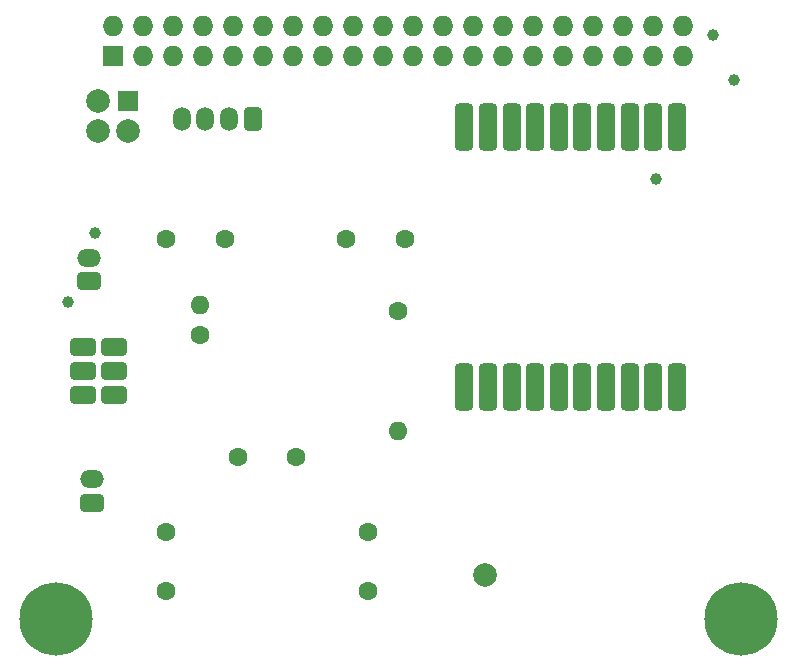
<source format=gbr>
%TF.GenerationSoftware,KiCad,Pcbnew,(6.0.0)*%
%TF.CreationDate,2022-05-13T11:59:56+02:00*%
%TF.ProjectId,RPi_Hat,5250695f-4861-4742-9e6b-696361645f70,rev?*%
%TF.SameCoordinates,Original*%
%TF.FileFunction,Soldermask,Bot*%
%TF.FilePolarity,Negative*%
%FSLAX46Y46*%
G04 Gerber Fmt 4.6, Leading zero omitted, Abs format (unit mm)*
G04 Created by KiCad (PCBNEW (6.0.0)) date 2022-05-13 11:59:56*
%MOMM*%
%LPD*%
G01*
G04 APERTURE LIST*
G04 Aperture macros list*
%AMRoundRect*
0 Rectangle with rounded corners*
0 $1 Rounding radius*
0 $2 $3 $4 $5 $6 $7 $8 $9 X,Y pos of 4 corners*
0 Add a 4 corners polygon primitive as box body*
4,1,4,$2,$3,$4,$5,$6,$7,$8,$9,$2,$3,0*
0 Add four circle primitives for the rounded corners*
1,1,$1+$1,$2,$3*
1,1,$1+$1,$4,$5*
1,1,$1+$1,$6,$7*
1,1,$1+$1,$8,$9*
0 Add four rect primitives between the rounded corners*
20,1,$1+$1,$2,$3,$4,$5,0*
20,1,$1+$1,$4,$5,$6,$7,0*
20,1,$1+$1,$6,$7,$8,$9,0*
20,1,$1+$1,$8,$9,$2,$3,0*%
G04 Aperture macros list end*
%ADD10C,6.200000*%
%ADD11R,1.727200X1.727200*%
%ADD12O,1.727200X1.727200*%
%ADD13RoundRect,0.312500X0.437500X0.687500X-0.437500X0.687500X-0.437500X-0.687500X0.437500X-0.687500X0*%
%ADD14O,1.500000X2.000000*%
%ADD15RoundRect,0.312500X0.687500X-0.437500X0.687500X0.437500X-0.687500X0.437500X-0.687500X-0.437500X0*%
%ADD16O,2.000000X1.500000*%
%ADD17C,1.600000*%
%ADD18O,1.600000X1.600000*%
%ADD19R,1.700000X1.700000*%
%ADD20C,2.000000*%
%ADD21RoundRect,0.312500X-0.787500X0.437500X-0.787500X-0.437500X0.787500X-0.437500X0.787500X0.437500X0*%
%ADD22RoundRect,0.312500X0.787500X-0.437500X0.787500X0.437500X-0.787500X0.437500X-0.787500X-0.437500X0*%
%ADD23RoundRect,0.400000X-0.400000X1.600000X-0.400000X-1.600000X0.400000X-1.600000X0.400000X1.600000X0*%
%ADD24C,1.000000*%
G04 APERTURE END LIST*
D10*
%TO.C,*%
X63710000Y-90600000D03*
%TD*%
%TO.C,*%
X121710000Y-90600000D03*
%TD*%
D11*
%TO.C,J6*%
X68580000Y-42870000D03*
D12*
X68580000Y-40330000D03*
X71120000Y-42870000D03*
X71120000Y-40330000D03*
X73660000Y-42870000D03*
X73660000Y-40330000D03*
X76200000Y-42870000D03*
X76200000Y-40330000D03*
X78740000Y-42870000D03*
X78740000Y-40330000D03*
X81280000Y-42870000D03*
X81280000Y-40330000D03*
X83820000Y-42870000D03*
X83820000Y-40330000D03*
X86360000Y-42870000D03*
X86360000Y-40330000D03*
X88900000Y-42870000D03*
X88900000Y-40330000D03*
X91440000Y-42870000D03*
X91440000Y-40330000D03*
X93980000Y-42870000D03*
X93980000Y-40330000D03*
X96520000Y-42870000D03*
X96520000Y-40330000D03*
X99060000Y-42870000D03*
X99060000Y-40330000D03*
X101600000Y-42870000D03*
X101600000Y-40330000D03*
X104140000Y-42870000D03*
X104140000Y-40330000D03*
X106680000Y-42870000D03*
X106680000Y-40330000D03*
X109220000Y-42870000D03*
X109220000Y-40330000D03*
X111760000Y-42870000D03*
X111760000Y-40330000D03*
X114300000Y-42870000D03*
X114300000Y-40330000D03*
X116840000Y-42870000D03*
X116840000Y-40330000D03*
%TD*%
D13*
%TO.C,J2*%
X80391000Y-48260000D03*
D14*
X78391000Y-48260000D03*
X76391000Y-48260000D03*
X74391000Y-48260000D03*
%TD*%
D15*
%TO.C,J3*%
X66760000Y-80756000D03*
D16*
X66760000Y-78756000D03*
%TD*%
D17*
%TO.C,C2*%
X88305000Y-58420000D03*
X93305000Y-58420000D03*
%TD*%
%TO.C,C1*%
X73065000Y-58420000D03*
X78065000Y-58420000D03*
%TD*%
%TO.C,R2*%
X92710000Y-64516000D03*
D18*
X92710000Y-74676000D03*
%TD*%
D17*
%TO.C,Y1*%
X79175000Y-76835000D03*
X84075000Y-76835000D03*
%TD*%
%TO.C,R1*%
X75946000Y-66548000D03*
D18*
X75946000Y-64008000D03*
%TD*%
D15*
%TO.C,J1*%
X66548000Y-61976000D03*
D16*
X66548000Y-59976000D03*
%TD*%
D17*
%TO.C,C4*%
X90170000Y-83225000D03*
X90170000Y-88225000D03*
%TD*%
D19*
%TO.C,J4*%
X69850000Y-46736000D03*
D20*
X69850000Y-49276000D03*
X67310000Y-46736000D03*
X67310000Y-49276000D03*
%TD*%
D17*
%TO.C,C3*%
X73025000Y-83225000D03*
X73025000Y-88225000D03*
%TD*%
D21*
%TO.C,J5*%
X68626000Y-67564000D03*
D22*
X66026000Y-67564000D03*
D21*
X68626000Y-69564000D03*
D22*
X66026000Y-69564000D03*
D21*
X68626000Y-71564000D03*
D22*
X66026000Y-71564000D03*
%TD*%
D23*
%TO.C,U1*%
X116315000Y-48944000D03*
X114315000Y-48944000D03*
X112315000Y-48944000D03*
X110315000Y-48944000D03*
X108315000Y-48944000D03*
X106315000Y-48944000D03*
X104315000Y-48944000D03*
X102315000Y-48944000D03*
X100315000Y-48944000D03*
X98315000Y-48944000D03*
X98315000Y-70944000D03*
X100315000Y-70944000D03*
X102315000Y-70944000D03*
X104315000Y-70944000D03*
X106315000Y-70944000D03*
X108315000Y-70944000D03*
X110315000Y-70944000D03*
X112315000Y-70944000D03*
X114315000Y-70944000D03*
X116315000Y-70944000D03*
%TD*%
D24*
%TO.C,TP11*%
X114554000Y-53340000D03*
%TD*%
%TO.C,TP4*%
X119380000Y-41148000D03*
%TD*%
%TO.C,TP3*%
X121158000Y-44958000D03*
%TD*%
%TO.C,TP1*%
X64770000Y-63754000D03*
%TD*%
%TO.C,TP2*%
X67056000Y-57912000D03*
%TD*%
D20*
%TO.C,*%
X100076000Y-86868000D03*
%TD*%
%TO.C,TP16*%
X100076000Y-86868000D03*
%TD*%
M02*

</source>
